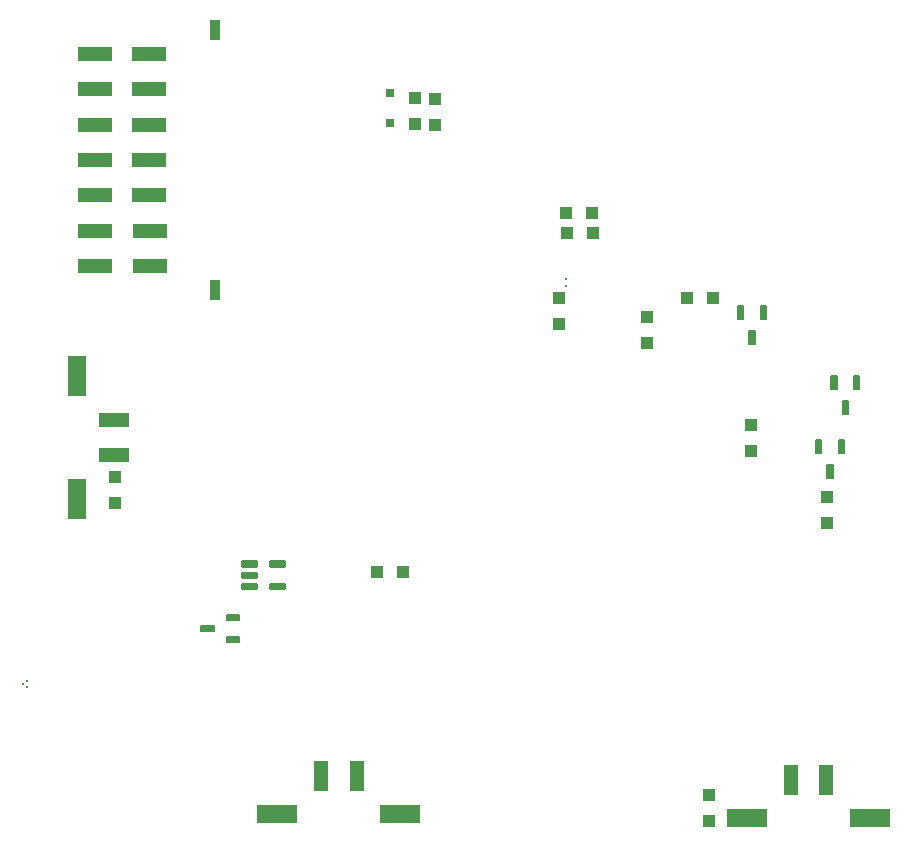
<source format=gbr>
G04 EAGLE Gerber RS-274X export*
G75*
%MOMM*%
%FSLAX34Y34*%
%LPD*%
%INSolderpaste Top*%
%IPPOS*%
%AMOC8*
5,1,8,0,0,1.08239X$1,22.5*%
G01*
%ADD10R,1.100000X1.100000*%
%ADD11R,0.250000X0.130000*%
%ADD12R,0.250000X0.150000*%
%ADD13R,0.160000X0.150000*%
%ADD14R,0.200000X0.200000*%
%ADD15R,2.540000X1.270000*%
%ADD16R,1.650000X3.430000*%
%ADD17R,1.270000X2.540000*%
%ADD18R,3.430000X1.650000*%
%ADD19R,2.920000X1.270000*%
%ADD20R,0.825000X1.715000*%
%ADD21C,0.150000*%
%ADD22R,0.700000X0.700000*%
%ADD23C,0.307400*%


D10*
X544000Y601000D03*
X566000Y601000D03*
X543500Y617500D03*
X565500Y617500D03*
X415000Y715000D03*
X415000Y693000D03*
X160900Y394000D03*
X160900Y372000D03*
X537100Y523900D03*
X537100Y545900D03*
X664400Y124700D03*
X664400Y102700D03*
D11*
X86700Y221700D03*
D12*
X86700Y216470D03*
D13*
X83100Y219300D03*
D14*
X542800Y561500D03*
X542800Y555500D03*
D15*
X160800Y442700D03*
X160800Y412700D03*
D16*
X128800Y479700D03*
X128800Y375700D03*
D17*
X733500Y137800D03*
X763500Y137800D03*
D18*
X696500Y105800D03*
X800500Y105800D03*
D17*
X335800Y140800D03*
X365800Y140800D03*
D18*
X298800Y108800D03*
X402800Y108800D03*
D19*
X144300Y572600D03*
X144300Y602600D03*
X144300Y632600D03*
X144300Y662600D03*
X144300Y692600D03*
X144300Y722600D03*
X144300Y752600D03*
X190300Y752600D03*
X190300Y722600D03*
X190300Y692600D03*
X190300Y662600D03*
X190300Y632600D03*
X191300Y602600D03*
X191300Y572600D03*
D20*
X246100Y552600D03*
X246100Y772600D03*
D21*
X707850Y538600D02*
X707850Y527800D01*
X707850Y538600D02*
X712350Y538600D01*
X712350Y527800D01*
X707850Y527800D01*
X707850Y529225D02*
X712350Y529225D01*
X712350Y530650D02*
X707850Y530650D01*
X707850Y532075D02*
X712350Y532075D01*
X712350Y533500D02*
X707850Y533500D01*
X707850Y534925D02*
X712350Y534925D01*
X712350Y536350D02*
X707850Y536350D01*
X707850Y537775D02*
X712350Y537775D01*
X698350Y517400D02*
X698350Y506600D01*
X698350Y517400D02*
X702850Y517400D01*
X702850Y506600D01*
X698350Y506600D01*
X698350Y508025D02*
X702850Y508025D01*
X702850Y509450D02*
X698350Y509450D01*
X698350Y510875D02*
X702850Y510875D01*
X702850Y512300D02*
X698350Y512300D01*
X698350Y513725D02*
X702850Y513725D01*
X702850Y515150D02*
X698350Y515150D01*
X698350Y516575D02*
X702850Y516575D01*
X688850Y527800D02*
X688850Y538600D01*
X693350Y538600D01*
X693350Y527800D01*
X688850Y527800D01*
X688850Y529225D02*
X693350Y529225D01*
X693350Y530650D02*
X688850Y530650D01*
X688850Y532075D02*
X693350Y532075D01*
X693350Y533500D02*
X688850Y533500D01*
X688850Y534925D02*
X693350Y534925D01*
X693350Y536350D02*
X688850Y536350D01*
X688850Y537775D02*
X693350Y537775D01*
X786850Y479400D02*
X786850Y468600D01*
X786850Y479400D02*
X791350Y479400D01*
X791350Y468600D01*
X786850Y468600D01*
X786850Y470025D02*
X791350Y470025D01*
X791350Y471450D02*
X786850Y471450D01*
X786850Y472875D02*
X791350Y472875D01*
X791350Y474300D02*
X786850Y474300D01*
X786850Y475725D02*
X791350Y475725D01*
X791350Y477150D02*
X786850Y477150D01*
X786850Y478575D02*
X791350Y478575D01*
X777350Y458200D02*
X777350Y447400D01*
X777350Y458200D02*
X781850Y458200D01*
X781850Y447400D01*
X777350Y447400D01*
X777350Y448825D02*
X781850Y448825D01*
X781850Y450250D02*
X777350Y450250D01*
X777350Y451675D02*
X781850Y451675D01*
X781850Y453100D02*
X777350Y453100D01*
X777350Y454525D02*
X781850Y454525D01*
X781850Y455950D02*
X777350Y455950D01*
X777350Y457375D02*
X781850Y457375D01*
X767850Y468600D02*
X767850Y479400D01*
X772350Y479400D01*
X772350Y468600D01*
X767850Y468600D01*
X767850Y470025D02*
X772350Y470025D01*
X772350Y471450D02*
X767850Y471450D01*
X767850Y472875D02*
X772350Y472875D01*
X772350Y474300D02*
X767850Y474300D01*
X767850Y475725D02*
X772350Y475725D01*
X772350Y477150D02*
X767850Y477150D01*
X767850Y478575D02*
X772350Y478575D01*
X773850Y425700D02*
X773850Y414900D01*
X773850Y425700D02*
X778350Y425700D01*
X778350Y414900D01*
X773850Y414900D01*
X773850Y416325D02*
X778350Y416325D01*
X778350Y417750D02*
X773850Y417750D01*
X773850Y419175D02*
X778350Y419175D01*
X778350Y420600D02*
X773850Y420600D01*
X773850Y422025D02*
X778350Y422025D01*
X778350Y423450D02*
X773850Y423450D01*
X773850Y424875D02*
X778350Y424875D01*
X764350Y404500D02*
X764350Y393700D01*
X764350Y404500D02*
X768850Y404500D01*
X768850Y393700D01*
X764350Y393700D01*
X764350Y395125D02*
X768850Y395125D01*
X768850Y396550D02*
X764350Y396550D01*
X764350Y397975D02*
X768850Y397975D01*
X768850Y399400D02*
X764350Y399400D01*
X764350Y400825D02*
X768850Y400825D01*
X768850Y402250D02*
X764350Y402250D01*
X764350Y403675D02*
X768850Y403675D01*
X754850Y414900D02*
X754850Y425700D01*
X759350Y425700D01*
X759350Y414900D01*
X754850Y414900D01*
X754850Y416325D02*
X759350Y416325D01*
X759350Y417750D02*
X754850Y417750D01*
X754850Y419175D02*
X759350Y419175D01*
X759350Y420600D02*
X754850Y420600D01*
X754850Y422025D02*
X759350Y422025D01*
X759350Y423450D02*
X754850Y423450D01*
X754850Y424875D02*
X759350Y424875D01*
X266500Y258650D02*
X255700Y258650D01*
X266500Y258650D02*
X266500Y254150D01*
X255700Y254150D01*
X255700Y258650D01*
X255700Y255575D02*
X266500Y255575D01*
X266500Y257000D02*
X255700Y257000D01*
X255700Y258425D02*
X266500Y258425D01*
X245300Y268150D02*
X234500Y268150D01*
X245300Y268150D02*
X245300Y263650D01*
X234500Y263650D01*
X234500Y268150D01*
X234500Y265075D02*
X245300Y265075D01*
X245300Y266500D02*
X234500Y266500D01*
X234500Y267925D02*
X245300Y267925D01*
X255700Y277650D02*
X266500Y277650D01*
X266500Y273150D01*
X255700Y273150D01*
X255700Y277650D01*
X255700Y274575D02*
X266500Y274575D01*
X266500Y276000D02*
X255700Y276000D01*
X255700Y277425D02*
X266500Y277425D01*
D10*
X611500Y508000D03*
X611500Y530000D03*
X432000Y714000D03*
X432000Y692000D03*
X405000Y314000D03*
X383000Y314000D03*
X699500Y438500D03*
X699500Y416500D03*
X764000Y355000D03*
X764000Y377000D03*
X645300Y545400D03*
X667300Y545400D03*
D22*
X394000Y694300D03*
X394000Y719700D03*
D23*
X280763Y321863D02*
X280763Y319137D01*
X269937Y319137D01*
X269937Y321863D01*
X280763Y321863D01*
X280763Y312363D02*
X280763Y309637D01*
X269937Y309637D01*
X269937Y312363D01*
X280763Y312363D01*
X280763Y302863D02*
X280763Y300137D01*
X269937Y300137D01*
X269937Y302863D01*
X280763Y302863D01*
X304063Y302863D02*
X304063Y300137D01*
X293237Y300137D01*
X293237Y302863D01*
X304063Y302863D01*
X304063Y319137D02*
X304063Y321863D01*
X304063Y319137D02*
X293237Y319137D01*
X293237Y321863D01*
X304063Y321863D01*
M02*

</source>
